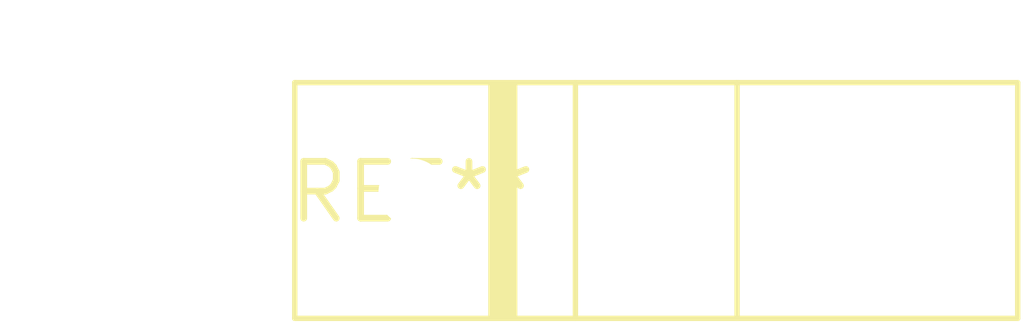
<source format=kicad_pcb>
(kicad_pcb (version 20240108) (generator pcbnew)
  (layers (0 "F.Cu" signal) (31 "B.Cu" signal) (34 "B.Paste" user) (35 "F.Paste" user) (36 "B.SilkS" user "B.Silkscreen") (37 "F.SilkS" user "F.Silkscreen") (38 "B.Mask" user) (39 "F.Mask" user) (44 "Edge.Cuts" user))
  (net 0 "")
  (footprint "D_DO-247_Vertical" (layer "F.Cu") (at 0 0)
    (property "Reference" "REF**")
    (property "Value" "D_DO-247_Vertical")
    (fp_line (start -2.62 -2.451) (end -2.62 2.82) (layer "F.SilkS") (stroke (width 0.12)))
    (fp_line (start -2.62 -2.451) (end 13.52 -2.451) (layer "F.SilkS") (stroke (width 0.12)))
    (fp_line (start -2.62 2.82) (end 13.52 2.82) (layer "F.SilkS") (stroke (width 0.12)))
    (fp_line (start 3.646 -2.451) (end 3.646 2.82) (layer "F.SilkS") (stroke (width 0.12)))
    (fp_line (start 7.255 -2.451) (end 7.255 2.82) (layer "F.SilkS") (stroke (width 0.12)))
    (fp_line (start 13.52 -2.451) (end 13.52 2.82) (layer "F.SilkS") (stroke (width 0.12)))
    (fp_poly (pts (xy 2.3 2.8) (xy 1.75 2.8) (xy 1.75 -2.45) (xy 2.3 -2.45)) (layer "F.SilkS") (stroke (width 0.1)) (fill solid))
    (pad "1" thru_hole rect (at 0 0) (size 2.5 4.5) (drill 1.5) (layers *.Cu *.Mask) (remove_unused_layers))
    (pad "2" thru_hole oval (at 10.9 0) (size 2.5 4.5) (drill 1.5) (layers *.Cu *.Mask) (remove_unused_layers))
  )
)
</source>
